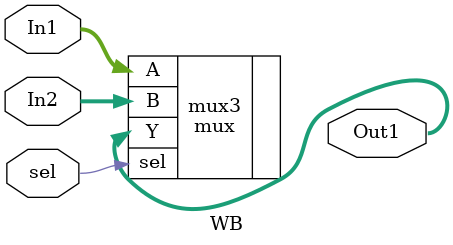
<source format=sv>
module WB(
        input               sel,
        input        [31:0] In1, 
                            In2,
        output logic [31:0] Out1
);

mux mux3(.sel(sel),.A(In1),.B(In2),.Y(Out1));

endmodule
</source>
